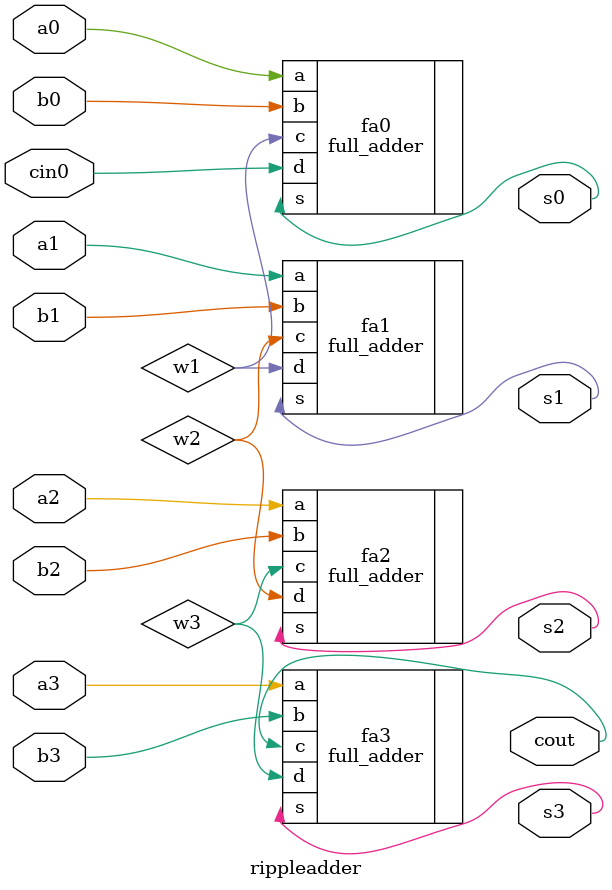
<source format=v>
module rippleadder(a0,b0,a1,b1,a2,b2,a3,b3,cin0,cout,s0,s1,s2,s3);

wire w1;
wire w2;
wire w3;
wire w4;

input a0,b0;
input a1,b1;
input a2,b2;
input a3,b3;
input cin0;

output cout;
output s0;
output s1;
output s2;
output s3;

full_adder fa0( 
              .a(a0),
				  .b(b0),
				  .d(cin0),
				  .c(w1),
				  .s(s0)
				  );
				  
full_adder fa1( 
              .a(a1),
				  .b(b1),
				  .d(w1),
				  .c(w2),
				  .s(s1)
				  );
				  
full_adder fa2( 
              .a(a2),
				  .b(b2),
				  .d(w2),
				  .c(w3),
				  .s(s2)
				  );
				  
full_adder fa3( 
              .a(a3),
				  .b(b3),
				  .d(w3),
				  .c(cout),
				  .s(s3)
				  );				  

endmodule

</source>
